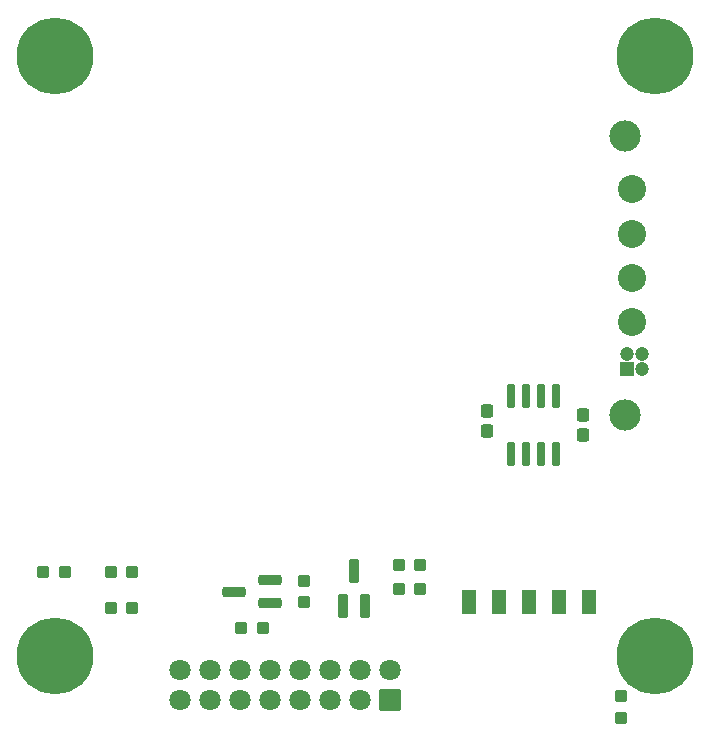
<source format=gbs>
G04 #@! TF.GenerationSoftware,KiCad,Pcbnew,9.0.6*
G04 #@! TF.CreationDate,2026-01-15T23:38:00-05:00*
G04 #@! TF.ProjectId,telemetry_transmitter,74656c65-6d65-4747-9279-5f7472616e73,rev?*
G04 #@! TF.SameCoordinates,Original*
G04 #@! TF.FileFunction,Soldermask,Bot*
G04 #@! TF.FilePolarity,Negative*
%FSLAX46Y46*%
G04 Gerber Fmt 4.6, Leading zero omitted, Abs format (unit mm)*
G04 Created by KiCad (PCBNEW 9.0.6) date 2026-01-15 23:38:00*
%MOMM*%
%LPD*%
G01*
G04 APERTURE LIST*
G04 Aperture macros list*
%AMRoundRect*
0 Rectangle with rounded corners*
0 $1 Rounding radius*
0 $2 $3 $4 $5 $6 $7 $8 $9 X,Y pos of 4 corners*
0 Add a 4 corners polygon primitive as box body*
4,1,4,$2,$3,$4,$5,$6,$7,$8,$9,$2,$3,0*
0 Add four circle primitives for the rounded corners*
1,1,$1+$1,$2,$3*
1,1,$1+$1,$4,$5*
1,1,$1+$1,$6,$7*
1,1,$1+$1,$8,$9*
0 Add four rect primitives between the rounded corners*
20,1,$1+$1,$2,$3,$4,$5,0*
20,1,$1+$1,$4,$5,$6,$7,0*
20,1,$1+$1,$6,$7,$8,$9,0*
20,1,$1+$1,$8,$9,$2,$3,0*%
G04 Aperture macros list end*
%ADD10RoundRect,0.051000X-0.850000X0.850000X-0.850000X-0.850000X0.850000X-0.850000X0.850000X0.850000X0*%
%ADD11C,1.802000*%
%ADD12C,2.652000*%
%ADD13RoundRect,0.102000X0.500000X-0.500000X0.500000X0.500000X-0.500000X0.500000X-0.500000X-0.500000X0*%
%ADD14C,1.204000*%
%ADD15C,2.379000*%
%ADD16RoundRect,0.263000X-0.275500X-0.263000X0.275500X-0.263000X0.275500X0.263000X-0.275500X0.263000X0*%
%ADD17RoundRect,0.263000X-0.263000X0.325500X-0.263000X-0.325500X0.263000X-0.325500X0.263000X0.325500X0*%
%ADD18RoundRect,0.263000X0.263000X-0.325500X0.263000X0.325500X-0.263000X0.325500X-0.263000X-0.325500X0*%
%ADD19RoundRect,0.263000X-0.263000X0.275500X-0.263000X-0.275500X0.263000X-0.275500X0.263000X0.275500X0*%
%ADD20RoundRect,0.175500X0.175500X-0.850500X0.175500X0.850500X-0.175500X0.850500X-0.175500X-0.850500X0*%
%ADD21RoundRect,0.225500X0.775500X0.225500X-0.775500X0.225500X-0.775500X-0.225500X0.775500X-0.225500X0*%
%ADD22C,0.902000*%
%ADD23C,6.502000*%
%ADD24RoundRect,0.225500X0.225500X-0.775500X0.225500X0.775500X-0.225500X0.775500X-0.225500X-0.775500X0*%
%ADD25RoundRect,0.263000X0.263000X-0.275500X0.263000X0.275500X-0.263000X0.275500X-0.263000X-0.275500X0*%
%ADD26RoundRect,0.051000X-0.500000X-1.000000X0.500000X-1.000000X0.500000X1.000000X-0.500000X1.000000X0*%
%ADD27RoundRect,0.263000X0.275500X0.263000X-0.275500X0.263000X-0.275500X-0.263000X0.275500X-0.263000X0*%
G04 APERTURE END LIST*
D10*
G04 #@! TO.C,J3*
X140624800Y-131913800D03*
D11*
X140624800Y-129373800D03*
X138084800Y-131913800D03*
X138084800Y-129373800D03*
X135544800Y-131913800D03*
X135544800Y-129373800D03*
X133004800Y-131913800D03*
X133004800Y-129373800D03*
X130464800Y-131913800D03*
X130464800Y-129373800D03*
X127924800Y-131913800D03*
X127924800Y-129373800D03*
X125384800Y-131913800D03*
X125384800Y-129373800D03*
X122844800Y-131913800D03*
X122844800Y-129373800D03*
G04 #@! TD*
D12*
G04 #@! TO.C,J2*
X160561800Y-107760800D03*
X160561800Y-84110800D03*
D13*
X160761800Y-103860800D03*
D14*
X160761800Y-102610800D03*
X162011800Y-103860800D03*
X162011800Y-102610800D03*
D15*
X161181800Y-99910800D03*
X161181800Y-96160800D03*
X161181800Y-92410800D03*
X161181800Y-88660800D03*
G04 #@! TD*
D16*
G04 #@! TO.C,R7*
X141378300Y-120446800D03*
X143203300Y-120446800D03*
G04 #@! TD*
D17*
G04 #@! TO.C,C4*
X148894800Y-107392300D03*
X148894800Y-109117300D03*
G04 #@! TD*
D18*
G04 #@! TO.C,C5*
X157022800Y-109498300D03*
X157022800Y-107773300D03*
G04 #@! TD*
D16*
G04 #@! TO.C,R1*
X111279300Y-121081800D03*
X113104300Y-121081800D03*
G04 #@! TD*
D19*
G04 #@! TO.C,R4*
X160197800Y-131599300D03*
X160197800Y-133424300D03*
G04 #@! TD*
D20*
G04 #@! TO.C,U2*
X154736800Y-111110800D03*
X153466800Y-111110800D03*
X152196800Y-111110800D03*
X150926800Y-111110800D03*
X150926800Y-106160800D03*
X152196800Y-106160800D03*
X153466800Y-106160800D03*
X154736800Y-106160800D03*
G04 #@! TD*
D16*
G04 #@! TO.C,R5*
X128043300Y-125780800D03*
X129868300Y-125780800D03*
G04 #@! TD*
D21*
G04 #@! TO.C,Q1*
X130455800Y-121782800D03*
X130455800Y-123682800D03*
X127455800Y-122732800D03*
G04 #@! TD*
D22*
G04 #@! TO.C,H3*
X114718800Y-77393800D03*
X114015856Y-79090856D03*
X114015856Y-75696744D03*
X112318800Y-79793800D03*
D23*
X112318800Y-77393800D03*
D22*
X112318800Y-74993800D03*
X110621744Y-79090856D03*
X110621744Y-75696744D03*
X109918800Y-77393800D03*
G04 #@! TD*
D16*
G04 #@! TO.C,R2*
X116994300Y-121081800D03*
X118819300Y-121081800D03*
G04 #@! TD*
D22*
G04 #@! TO.C,H2*
X165518800Y-128193800D03*
X164815856Y-129890856D03*
X164815856Y-126496744D03*
X163118800Y-130593800D03*
D23*
X163118800Y-128193800D03*
D22*
X163118800Y-125793800D03*
X161421744Y-129890856D03*
X161421744Y-126496744D03*
X160718800Y-128193800D03*
G04 #@! TD*
D24*
G04 #@! TO.C,Q2*
X138541800Y-123978800D03*
X136641800Y-123978800D03*
X137591800Y-120978800D03*
G04 #@! TD*
D22*
G04 #@! TO.C,H4*
X165518800Y-77393800D03*
X164815856Y-79090856D03*
X164815856Y-75696744D03*
X163118800Y-79793800D03*
D23*
X163118800Y-77393800D03*
D22*
X163118800Y-74993800D03*
X161421744Y-79090856D03*
X161421744Y-75696744D03*
X160718800Y-77393800D03*
G04 #@! TD*
D25*
G04 #@! TO.C,R6*
X133400800Y-123645300D03*
X133400800Y-121820300D03*
G04 #@! TD*
D26*
G04 #@! TO.C,J1*
X147370800Y-123587300D03*
X149910800Y-123587300D03*
X152450800Y-123587300D03*
X154990800Y-123587300D03*
X157530800Y-123587300D03*
G04 #@! TD*
D27*
G04 #@! TO.C,R8*
X143203300Y-122478800D03*
X141378300Y-122478800D03*
G04 #@! TD*
D16*
G04 #@! TO.C,R3*
X116994300Y-124129800D03*
X118819300Y-124129800D03*
G04 #@! TD*
D22*
G04 #@! TO.C,H1*
X114718800Y-128193800D03*
X114015856Y-129890856D03*
X114015856Y-126496744D03*
X112318800Y-130593800D03*
D23*
X112318800Y-128193800D03*
D22*
X112318800Y-125793800D03*
X110621744Y-129890856D03*
X110621744Y-126496744D03*
X109918800Y-128193800D03*
G04 #@! TD*
M02*

</source>
